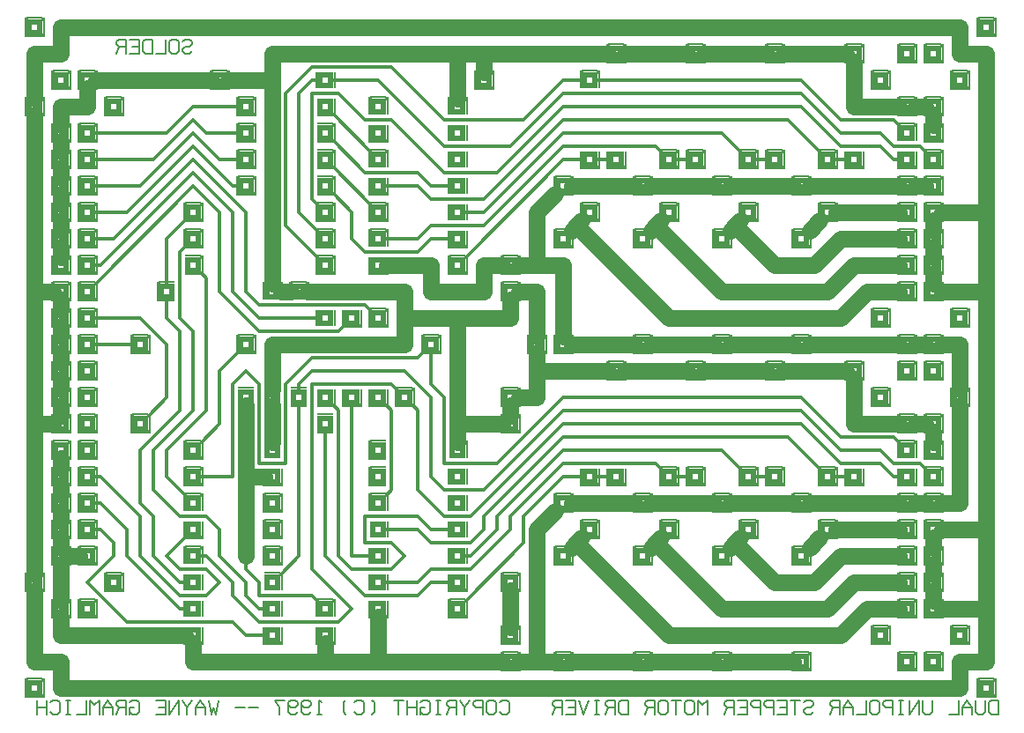
<source format=gbl>
%MOIN*%
%FSLAX23Y23*%
%ADD10C,.012*%
%ADD11C,.062*%
%ADD12C,.050X.024*%
%ADD13R,.062X.062X.024*%
%ADD14C,.016*%
%ADD15R,.008X.062*%
%ADD16R,.062X.008*%
%ADD17C,.008*%
%LPD*%
G90*X0Y0D02*X1809Y9D02*D17*X1818Y0D01*X1836D01*   
X1845Y9D01*Y45D01*X1836Y54D01*X1818D01*           
X1809Y45D01*X1759Y9D02*X1768Y0D01*X1786D01*       
X1795Y9D01*Y45D01*X1786Y54D01*X1768D01*           
X1759Y45D01*Y9D01*X1745Y0D02*Y54D01*X1718D01*     
X1709Y45D01*Y36D01*X1718Y27D01*X1745D01*          
X1695Y54D02*X1677Y27D01*X1659Y54D01*X1677Y27D02*  
Y0D01*X1645D02*Y54D01*X1618D01*X1609Y45D01*Y36D01*
X1618Y27D01*X1645D01*X1618D02*X1609Y0D01*X1577D02*
Y54D01*X1586Y0D02*X1568D01*X1586Y54D02*X1568D01*  
X1509Y9D02*X1518Y0D01*X1536D01*X1545Y9D01*Y45D01* 
X1536Y54D01*X1518D01*X1509Y45D01*X1527Y27D02*     
X1509D01*Y0D01*X1495D02*Y54D01*X1459Y0D02*Y54D01* 
X1495Y27D02*X1459D01*X1427Y0D02*Y54D01*X1445D02*  
X1409D01*X1327D02*X1336Y45D01*Y9D01*X1327Y0D01*   
X1259Y9D02*X1268Y0D01*X1286D01*X1295Y9D01*Y45D01* 
X1286Y54D01*X1268D01*X1259Y45D01*X1227Y54D02*     
X1218Y45D01*Y9D01*X1227Y0D01*X1136Y45D02*         
X1127Y54D01*Y0D01*X1136D02*X1118D01*X1059Y36D02*  
X1068Y27D01*X1086D01*X1095Y36D01*Y45D01*          
X1086Y54D01*X1068D01*X1059Y45D01*Y9D01*X1068Y0D01*
X1086D01*X1095Y9D01*X1009Y36D02*X1018Y27D01*      
X1036D01*X1045Y36D01*Y45D01*X1036Y54D01*X1018D01* 
X1009Y45D01*Y9D01*X1018Y0D01*X1036D01*X1045Y9D01* 
X995Y54D02*X959D01*X977Y27D01*Y0D01*X895Y27D02*   
X859D01*X845D02*X809D01*X745Y54D02*X736Y0D01*     
X727Y27D01*X718Y0D01*X709Y54D01*X695Y0D02*Y27D01* 
X677Y54D01*X659Y27D01*Y0D01*X695Y27D02*X659D01*   
X645Y54D02*X627Y27D01*X609Y54D01*X627Y27D02*Y0D01*
X595D02*Y54D01*X559Y0D01*Y54D01*X509Y0D02*X545D01*
Y54D01*X509D01*X545Y27D02*X518D01*X409Y9D02*      
X418Y0D01*X436D01*X445Y9D01*Y45D01*X436Y54D01*    
X418D01*X409Y45D01*X427Y27D02*X409D01*Y0D01*      
X395D02*Y54D01*X368D01*X359Y45D01*Y36D01*         
X368Y27D01*X395D01*X368D02*X359Y0D01*X345D02*     
Y27D01*X327Y54D01*X309Y27D01*Y0D01*X345Y27D02*    
X309D01*X295Y0D02*Y54D01*X277Y36D01*X259Y54D01*   
Y0D01*X245Y54D02*Y0D01*X209D01*X177D02*Y54D01*    
X186Y0D02*X168D01*X186Y54D02*X168D01*X109Y9D02*   
X118Y0D01*X136D01*X145Y9D01*Y45D01*X136Y54D01*    
X118D01*X109Y45D01*X95Y0D02*Y54D01*X59Y0D02*      
Y54D01*X95Y27D02*X59D01*D13*X50Y100D03*D14*       
X81Y131D03*Y69D03*X19Y131D03*Y69D03*D15*          
X85Y100D03*X15D03*D16*X50Y135D03*Y65D03*          
X150Y100D02*D11*X3550D01*Y200D01*X3650D01*Y400D01*
X3481D01*D13*X3450D03*D14*X3481Y431D03*Y369D03*   
X3419Y431D03*Y369D03*D15*X3485Y400D03*X3415D03*   
D16*X3450Y435D03*Y365D03*Y431D02*D11*Y469D01*D13* 
Y500D03*D14*X3481Y531D03*Y469D03*X3419Y531D03*    
Y469D03*D15*X3485Y500D03*X3415D03*D16*            
X3450Y535D03*Y465D03*Y531D02*D11*Y569D01*D13*     
Y600D03*D14*X3481Y631D03*Y569D03*X3419Y631D03*    
Y569D03*D15*X3485Y600D03*X3415D03*D16*            
X3450Y635D03*Y565D03*Y631D02*D11*Y669D01*D13*     
Y700D03*D14*X3481Y731D03*Y669D03*X3419Y731D03*    
Y669D03*D15*X3485Y700D03*X3415D03*D16*            
X3450Y735D03*Y665D03*X3481Y700D02*D11*X3650D01*   
Y400D01*D13*X3550Y300D03*D14*X3581Y331D03*Y269D03*
X3519Y331D03*Y269D03*D15*X3585Y300D03*X3515D03*   
D16*X3550Y335D03*Y265D03*D13*X3450Y200D03*D14*    
X3481Y231D03*Y169D03*X3419Y231D03*Y169D03*D15*    
X3485Y200D03*X3415D03*D16*X3450Y235D03*Y165D03*   
D13*X3350Y700D03*D14*X3381Y731D03*Y669D03*        
X3319Y731D03*Y669D03*D15*X3385Y700D03*X3315D03*   
D16*X3350Y735D03*Y665D03*X3319Y700D02*D11*        
X3081D01*D13*X3050D03*D14*X3081Y731D03*Y669D03*   
X3019Y731D03*Y669D03*D15*X3085Y700D03*X3015D03*   
D16*X3050Y735D03*Y665D03*X3019Y669D02*D11*        
X2981Y631D01*D13*X2950Y600D03*D14*X2981Y631D03*   
Y569D03*X2919Y631D03*Y569D03*D15*X2985Y600D03*    
X2915D03*D16*X2950Y635D03*Y565D03*X2850Y500D02*   
D11*X3000D01*X3100Y600D01*X3319D01*D13*X3350D03*  
D14*X3381Y631D03*Y569D03*X3319Y631D03*Y569D03*D15*
X3385Y600D03*X3315D03*D16*X3350Y635D03*Y565D03*   
D13*Y500D03*D14*X3381Y531D03*Y469D03*X3319Y531D03*
Y469D03*D15*X3385Y500D03*X3315D03*D16*            
X3350Y535D03*Y465D03*X3319Y500D02*D11*X3150D01*   
X3050Y400D01*X2650D01*X2400Y650D01*X2381Y631D01*  
D13*X2350Y600D03*D14*X2381Y631D03*Y569D03*        
X2319Y631D03*Y569D03*D15*X2385Y600D03*X2315D03*   
D16*X2350Y635D03*Y565D03*X2400Y650D02*D11*        
X2419Y669D01*D13*X2450Y700D03*D14*X2481Y731D03*   
Y669D03*X2419Y731D03*Y669D03*D15*X2485Y700D03*    
X2415D03*D16*X2450Y735D03*Y665D03*D13*            
X2350Y800D03*D14*X2381Y831D03*Y769D03*            
X2319Y831D03*Y769D03*D15*X2385Y800D03*X2315D03*   
D16*X2350Y835D03*Y765D03*X2319Y800D02*D11*        
X2081D01*D13*X2050D03*D14*X2081Y831D03*Y769D03*   
X2019Y831D03*Y769D03*D15*X2085Y800D03*X2015D03*   
D16*X2050Y835D03*Y765D03*X2019Y769D02*D11*        
X1950Y700D01*Y200D01*X1881D01*D13*X1850D03*D14*   
X1881Y231D03*Y169D03*X1819Y231D03*Y169D03*D15*    
X1885Y200D03*X1815D03*D16*X1850Y235D03*Y165D03*   
X1819Y200D02*D11*X1350D01*X1150D01*X650D01*       
Y269D01*D13*Y300D03*D14*X681Y269D03*X619D03*D15*  
X685Y300D03*X615D03*D16*X650Y265D03*X619Y300D02*  
D11*X150D01*Y369D01*D13*Y400D03*D14*X181Y431D03*  
Y369D03*X119Y431D03*Y369D03*D15*X185Y400D03*      
X115D03*D16*X150Y435D03*Y365D03*Y431D02*D11*      
Y569D01*D13*Y600D03*D14*X181Y631D03*Y569D03*      
X119Y631D03*Y569D03*D15*X185Y600D03*X115D03*D16*  
X150Y635D03*Y565D03*X181Y600D02*D11*X219D01*D13*  
X250D03*D14*X281Y631D03*Y569D03*X219Y631D03*      
Y569D03*D15*X285Y600D03*X215D03*D16*X250Y635D03*  
Y565D03*D13*X350Y500D03*D14*X381Y531D03*Y469D03*  
X319Y531D03*Y469D03*D15*X385Y500D03*X315D03*D16*  
X350Y535D03*Y465D03*D13*X150Y700D03*D14*          
X181Y731D03*Y669D03*X119Y731D03*Y669D03*D15*      
X185Y700D03*X115D03*D16*X150Y735D03*Y665D03*      
Y669D02*D11*Y631D01*X250Y500D02*D10*X400Y350D01*  
X800D01*X850Y300D01*X919D01*D13*X950D03*D14*      
X981Y269D03*X919D03*D15*X985Y300D03*X915D03*D16*  
X950Y265D03*X900Y350D02*D10*X1200D01*X1250Y400D01*
X1100Y550D01*Y1250D01*X1400D01*X1419Y1231D01*D13* 
X1450Y1200D03*D14*X1481Y1231D03*Y1169D03*         
X1419Y1231D03*Y1169D03*D15*X1485Y1200D03*X1415D03*
D16*X1450Y1235D03*Y1165D03*X1481Y1169D02*D10*     
X1500Y1150D01*Y850D01*X1600Y750D01*X1700D01*      
X2050Y1100D01*X2950D01*X3100Y950D01*X3250D01*     
X3300Y900D01*X3319D01*D13*X3350D03*D14*           
X3381Y869D03*X3319D03*D15*X3385Y900D03*X3315D03*  
D16*X3350Y865D03*X3400Y950D02*D10*X3419Y931D01*   
D13*X3450Y900D03*D14*X3481Y931D03*Y869D03*        
X3419Y931D03*Y869D03*D15*X3485Y900D03*X3415D03*   
D16*X3450Y935D03*Y865D03*X3400Y950D02*D10*        
X3300D01*X3250Y1000D01*X3100D01*X2950Y1150D01*    
X2050D01*X1750Y850D01*X1600D01*X1550Y900D01*      
Y1200D01*X1450Y1300D01*X1100D01*X1050Y1250D01*    
Y1231D01*D13*Y1200D03*D16*Y1235D03*Y1165D03*      
Y1169D02*D10*Y600D01*X981Y531D01*D13*X950Y500D03* 
D14*X981Y531D03*D15*X985Y500D03*D16*X950Y535D03*  
X900Y450D02*D10*X1100D01*X1119Y431D01*D13*        
X1150Y400D03*D14*X1181Y431D03*X1119D03*D15*       
X1185Y400D03*X1115D03*D16*X1150Y435D03*D13*       
Y300D03*D14*X1181Y269D03*X1119D03*D15*            
X1185Y300D03*X1115D03*D16*X1150Y265D03*Y269D02*   
D11*Y200D01*D13*X1350Y400D03*D14*X1381Y369D03*    
X1319D03*D15*X1385Y400D03*X1315D03*D16*           
X1350Y365D03*Y369D02*D11*Y200D01*X1500Y450D02*D10*
X1300D01*X1150Y600D01*Y1069D01*D13*Y1100D03*D16*  
Y1135D03*Y1065D03*X1200Y1150D02*D10*Y600D01*      
X1250Y550D01*X1400D01*X1450Y600D01*X1400Y650D01*  
X1300D01*Y750D01*X1500D01*X1550Y700D01*X1619D01*  
D13*X1650D03*D15*X1685D03*X1615D03*X1700Y650D02*  
D10*X1550D01*X1500Y700D01*X1381D01*D13*X1350D03*  
D15*X1385D03*X1250Y600D02*D10*X1319D01*D13*       
X1350D03*D15*X1385D03*X1315D03*X1250D02*D10*      
Y1169D01*D13*Y1200D03*D14*X1281Y1169D03*X1219D03* 
D15*X1285Y1200D03*X1215D03*D16*X1250Y1165D03*     
X1200Y1150D02*D10*X1181Y1169D01*D13*X1150Y1200D03*
D14*X1181Y1169D03*D15*X1185Y1200D03*D16*          
X1150Y1165D03*X1000Y1250D02*D10*Y950D01*X900D01*  
Y1250D01*X850Y1300D01*X800Y1250D01*Y900D01*       
X681D01*D13*X650D03*D14*X681Y931D03*Y869D03*      
X619Y931D03*Y869D03*D15*X685Y900D03*X615D03*D16*  
X650Y935D03*Y865D03*X550Y1000D02*D10*Y900D01*     
X619Y831D01*D13*X650Y800D03*D14*X681Y831D03*      
X619D03*D15*X685Y800D03*X615D03*D16*X650Y835D03*  
X700Y750D02*D10*X750Y700D01*Y600D01*X850Y500D01*  
Y450D01*X900Y400D01*X919D01*D13*X950D03*D15*      
X985D03*X915D03*X900Y450D02*D10*Y500D01*          
X850Y550D01*Y600D01*D11*Y900D01*X919D01*D13*      
X950D03*D14*X981Y869D03*X919D03*D15*X985Y900D03*  
X915D03*D16*X950Y865D03*D13*Y1000D03*D16*Y1035D03*
Y1031D02*D11*Y1169D01*D13*Y1200D03*D16*Y1235D03*  
Y1165D03*Y1231D02*D11*Y1400D01*X1450D01*Y1500D01* 
X1650D01*Y1100D01*Y1031D01*D13*Y1000D03*D14*      
X1681Y1031D03*D15*X1685Y1000D03*D16*X1650Y1035D03*
X1600Y950D02*D10*X1800D01*X2050Y1200D01*X2950D01* 
X3100Y1050D01*X3300D01*X3319Y1031D01*D13*         
X3350Y1000D03*D14*X3381Y1031D03*X3319D03*D15*     
X3385Y1000D03*X3315D03*D16*X3350Y1035D03*D13*     
X3450Y1100D03*D14*X3481Y1131D03*Y1069D03*         
X3419Y1131D03*Y1069D03*D15*X3485Y1100D03*X3415D03*
D16*X3450Y1135D03*Y1065D03*Y1069D02*D11*Y1031D01* 
D13*Y1000D03*D14*X3481Y1031D03*Y969D03*           
X3419Y1031D03*Y969D03*D15*X3485Y1000D03*X3415D03* 
D16*X3450Y1035D03*Y965D03*D13*X3350Y1100D03*D14*  
X3381Y1131D03*Y1069D03*X3319Y1131D03*Y1069D03*D15*
X3385Y1100D03*X3315D03*D16*X3350Y1135D03*Y1065D03*
X3319Y1100D02*D11*X3150D01*Y1269D01*D13*Y1300D03* 
D14*X3181Y1331D03*Y1269D03*X3119Y1331D03*Y1269D03*
D15*X3185Y1300D03*X3115D03*D16*X3150Y1335D03*     
Y1265D03*X3119Y1300D02*D11*X2881D01*D13*X2850D03* 
D14*X2881Y1331D03*Y1269D03*X2819Y1331D03*Y1269D03*
D15*X2885Y1300D03*X2815D03*D16*X2850Y1335D03*     
Y1265D03*X2819Y1300D02*D11*X2581D01*D13*X2550D03* 
D14*X2581Y1331D03*Y1269D03*X2519Y1331D03*Y1269D03*
D15*X2585Y1300D03*X2515D03*D16*X2550Y1335D03*     
Y1265D03*X2519Y1300D02*D11*X2281D01*D13*X2250D03* 
D14*X2281Y1331D03*Y1269D03*X2219Y1331D03*Y1269D03*
D15*X2285Y1300D03*X2215D03*D16*X2250Y1335D03*     
Y1265D03*X2219Y1300D02*D11*X1950D01*Y1200D01*     
X1881D01*D13*X1850D03*D14*X1881Y1231D03*Y1169D03* 
X1819Y1231D03*Y1169D03*D15*X1885Y1200D03*X1815D03*
D16*X1850Y1235D03*Y1165D03*Y1169D02*D11*Y1131D01* 
D13*Y1100D03*D14*X1881Y1131D03*Y1069D03*          
X1819Y1131D03*Y1069D03*D15*X1885Y1100D03*X1815D03*
D16*X1850Y1135D03*Y1065D03*X1819Y1100D02*D11*     
X1650D01*X1600Y1200D02*D10*Y950D01*D13*           
X1650Y900D03*D15*X1685D03*X1615D03*D13*           
X1650Y800D03*D15*X1685D03*X1615D03*X1800Y750D02*  
D10*Y700D01*X1700Y600D01*X1681D01*D13*X1650D03*   
D15*X1685D03*X1615D03*X1700Y550D02*D10*X1550D01*  
X1500Y500D01*X1381D01*D13*X1350D03*D15*X1385D03*  
X1315D03*X1500Y450D02*D10*X1550Y500D01*X1619D01*  
D13*X1650D03*D14*X1681Y469D03*X1619D03*D15*       
X1685Y500D03*X1615D03*D16*X1650Y465D03*           
X1700Y550D02*D10*X1850Y700D01*Y750D01*            
X2050Y950D01*X2400D01*X2419Y931D01*D13*           
X2450Y900D03*D14*X2481Y931D03*Y869D03*            
X2419Y931D03*Y869D03*D15*X2485Y900D03*X2415D03*   
D16*X2450Y935D03*Y865D03*X2481Y900D02*D10*        
X2519D01*D13*X2550D03*D14*X2581Y931D03*Y869D03*   
X2519Y931D03*Y869D03*D15*X2585Y900D03*X2515D03*   
D16*X2550Y935D03*Y865D03*D13*X2650Y800D03*D14*    
X2681Y831D03*Y769D03*X2619Y831D03*Y769D03*D15*    
X2685Y800D03*X2615D03*D16*X2650Y835D03*Y765D03*   
X2619Y800D02*D11*X2381D01*D13*X2250Y900D03*D14*   
X2281Y869D03*X2219D03*D15*X2285Y900D03*X2215D03*  
D16*X2250Y865D03*X2219Y900D02*D10*X2181D01*D13*   
X2150D03*D14*X2181Y869D03*X2119D03*D15*           
X2185Y900D03*X2115D03*D16*X2150Y865D03*           
X2119Y900D02*D10*X2050D01*X1900Y750D01*Y650D01*   
X1681Y431D01*D13*X1650Y400D03*D14*X1681Y431D03*   
Y369D03*X1619Y431D03*Y369D03*D15*X1685Y400D03*    
X1615D03*D16*X1650Y435D03*Y365D03*D13*            
X1850Y300D03*D14*X1881Y331D03*Y269D03*            
X1819Y331D03*Y269D03*D15*X1885Y300D03*X1815D03*   
D16*X1850Y335D03*Y265D03*Y331D02*D11*Y469D01*D13* 
Y500D03*D14*X1881Y531D03*Y469D03*X1819Y531D03*    
Y469D03*D15*X1885Y500D03*X1815D03*D16*            
X1850Y535D03*Y465D03*X1700Y650D02*D10*            
X1750Y700D01*Y750D01*X2050Y1050D01*X2900D01*      
X3019Y931D01*D13*X3050Y900D03*D14*X3081Y931D03*   
Y869D03*X3019Y931D03*Y869D03*D15*X3085Y900D03*    
X3015D03*D16*X3050Y935D03*Y865D03*X3081Y900D02*   
D10*X3119D01*D13*X3150D03*D14*X3181Y869D03*       
X3119D03*D15*X3185Y900D03*X3115D03*D16*           
X3150Y865D03*X3381Y1100D02*D11*X3419D01*D13*      
X3550Y1200D03*D14*X3581Y1231D03*Y1169D03*         
X3519Y1231D03*Y1169D03*D15*X3585Y1200D03*X3515D03*
D16*X3550Y1235D03*Y1165D03*Y1169D02*D11*Y800D01*  
X3481D01*D13*X3450D03*D14*X3481Y831D03*Y769D03*   
X3419Y831D03*Y769D03*D15*X3485Y800D03*X3415D03*   
D16*X3450Y835D03*Y765D03*X3419Y800D02*D11*        
X3381D01*D13*X3350D03*D14*X3381Y831D03*Y769D03*   
X3319Y831D03*Y769D03*D15*X3385Y800D03*X3315D03*   
D16*X3350Y835D03*Y765D03*X3319Y800D02*D11*        
X2981D01*D13*X2950D03*D14*X2981Y831D03*Y769D03*   
X2919Y831D03*Y769D03*D15*X2985Y800D03*X2915D03*   
D16*X2950Y835D03*Y765D03*X2919Y800D02*D11*        
X2681D01*D13*X2750Y700D03*D14*X2781Y731D03*       
Y669D03*X2719Y731D03*Y669D03*D15*X2785Y700D03*    
X2715D03*D16*X2750Y735D03*Y665D03*X2719Y669D02*   
D11*X2700Y650D01*X2850Y500D01*X2700Y650D02*       
X2681Y631D01*D13*X2650Y600D03*D14*X2681Y631D03*   
Y569D03*X2619Y631D03*Y569D03*D15*X2685Y600D03*    
X2615D03*D16*X2650Y635D03*Y565D03*D13*            
X2850Y900D03*D14*X2881Y931D03*Y869D03*            
X2819Y931D03*Y869D03*D15*X2885Y900D03*X2815D03*   
D16*X2850Y935D03*Y865D03*X2819Y900D02*D10*        
X2781D01*D13*X2750D03*D14*X2781Y931D03*Y869D03*   
X2719Y931D03*Y869D03*D15*X2785Y900D03*X2715D03*   
D16*X2750Y935D03*Y865D03*X2719Y931D02*D10*        
X2650Y1000D01*X2050D01*X1800Y750D01*D13*          
X2050Y600D03*D14*X2081Y631D03*Y569D03*            
X2019Y631D03*Y569D03*D15*X2085Y600D03*X2015D03*   
D16*X2050Y635D03*Y565D03*X2081Y631D02*D11*        
X2100Y650D01*X2450Y300D01*X3100D01*X3200Y400D01*  
X3319D01*D13*X3350D03*D14*X3381Y431D03*Y369D03*   
X3319Y431D03*Y369D03*D15*X3385Y400D03*X3315D03*   
D16*X3350Y435D03*Y365D03*D13*X3250Y300D03*D14*    
X3281Y331D03*Y269D03*X3219Y331D03*Y269D03*D15*    
X3285Y300D03*X3215D03*D16*X3250Y335D03*Y265D03*   
D13*X3350Y200D03*D14*X3381Y231D03*Y169D03*        
X3319Y231D03*Y169D03*D15*X3385Y200D03*X3315D03*   
D16*X3350Y235D03*Y165D03*D13*X3650Y100D03*D14*    
X3681Y131D03*Y69D03*X3619Y131D03*Y69D03*D15*      
X3685Y100D03*X3615D03*D16*X3650Y135D03*Y65D03*    
Y700D02*D11*Y1600D01*X3481D01*D13*X3450D03*D14*   
X3481Y1631D03*Y1569D03*X3419Y1631D03*Y1569D03*D15*
X3485Y1600D03*X3415D03*D16*X3450Y1635D03*Y1565D03*
Y1631D02*D11*Y1669D01*D13*Y1700D03*D14*           
X3481Y1731D03*Y1669D03*X3419Y1731D03*Y1669D03*D15*
X3485Y1700D03*X3415D03*D16*X3450Y1735D03*Y1665D03*
Y1731D02*D11*Y1769D01*D13*Y1800D03*D14*           
X3481Y1831D03*Y1769D03*X3419Y1831D03*Y1769D03*D15*
X3485Y1800D03*X3415D03*D16*X3450Y1835D03*Y1765D03*
Y1831D02*D11*Y1869D01*D13*Y1900D03*D14*           
X3481Y1931D03*Y1869D03*X3419Y1931D03*Y1869D03*D15*
X3485Y1900D03*X3415D03*D16*X3450Y1935D03*Y1865D03*
X3481Y1900D02*D11*X3650D01*Y1600D01*D13*          
X3550Y1500D03*D14*X3581Y1531D03*Y1469D03*         
X3519Y1531D03*Y1469D03*D15*X3585Y1500D03*X3515D03*
D16*X3550Y1535D03*Y1465D03*D13*X3450Y1400D03*D14* 
X3481Y1431D03*Y1369D03*X3419Y1431D03*Y1369D03*D15*
X3485Y1400D03*X3415D03*D16*X3450Y1435D03*Y1365D03*
X3419Y1400D02*D11*X3381D01*D13*X3350D03*D14*      
X3381Y1431D03*Y1369D03*X3319Y1431D03*Y1369D03*D15*
X3385Y1400D03*X3315D03*D16*X3350Y1435D03*Y1365D03*
X3319Y1400D02*D11*X2981D01*D13*X2950D03*D14*      
X2981Y1431D03*Y1369D03*X2919Y1431D03*Y1369D03*D15*
X2985Y1400D03*X2915D03*D16*X2950Y1435D03*Y1365D03*
X2919Y1400D02*D11*X2681D01*D13*X2650D03*D14*      
X2681Y1431D03*Y1369D03*X2619Y1431D03*Y1369D03*D15*
X2685Y1400D03*X2615D03*D16*X2650Y1435D03*Y1365D03*
X2619Y1400D02*D11*X2381D01*D13*X2350D03*D14*      
X2381Y1431D03*Y1369D03*X2319Y1431D03*Y1369D03*D15*
X2385Y1400D03*X2315D03*D16*X2350Y1435D03*Y1365D03*
X2319Y1400D02*D11*X2081D01*D13*X2050D03*D14*      
X2081Y1431D03*Y1369D03*X2019Y1431D03*Y1369D03*D15*
X2085Y1400D03*X2015D03*D16*X2050Y1435D03*Y1365D03*
Y1431D02*D11*Y1700D01*X1950D01*X1881D01*D13*      
X1850D03*D14*X1881Y1731D03*Y1669D03*X1819Y1731D03*
Y1669D03*D15*X1885Y1700D03*X1815D03*D16*          
X1850Y1735D03*Y1665D03*X1819Y1700D02*D11*X1750D01*
Y1600D01*X1550D01*Y1700D01*X1381D01*D13*X1350D03* 
D14*X1381Y1669D03*X1319D03*D15*X1385Y1700D03*     
X1315D03*D16*X1350Y1665D03*X1300Y1750D02*D10*     
X1500D01*X1550Y1800D01*X1619D01*D13*X1650D03*D14* 
X1681Y1769D03*X1619D03*D15*X1685Y1800D03*X1615D03*
D16*X1650Y1765D03*X1750Y1900D02*D10*X1681D01*D13* 
X1650D03*D15*X1685D03*X1615D03*X1550Y2000D02*D10* 
X1619D01*D13*X1650D03*D15*X1685D03*X1615D03*      
X1600Y2050D02*D10*X1800D01*X2050Y2300D01*X2950D01*
X3100Y2150D01*X3250D01*X3300Y2100D01*X3319D01*D13*
X3350D03*D14*X3381Y2069D03*X3319D03*D15*          
X3385Y2100D03*X3315D03*D16*X3350Y2065D03*         
X3400Y2150D02*D10*X3419Y2131D01*D13*X3450Y2100D03*
D14*X3481Y2131D03*Y2069D03*X3419Y2131D03*Y2069D03*
D15*X3485Y2100D03*X3415D03*D16*X3450Y2135D03*     
Y2065D03*X3400Y2150D02*D10*X3300D01*X3250Y2200D01*
X3100D01*X2950Y2350D01*X2050D01*X1850Y2150D01*    
X1600D01*X1350Y2400D01*X1181D01*D13*X1150D03*D15* 
X1185D03*X1115D03*X1119D02*D10*X1100D01*          
X1050Y2350D01*Y1900D01*X1119Y1831D01*D13*         
X1150Y1800D03*D14*X1181Y1831D03*Y1769D03*         
X1119Y1831D03*Y1769D03*D15*X1185Y1800D03*X1115D03*
D16*X1150Y1835D03*Y1765D03*X1250Y1900D02*D10*     
Y1800D01*X1300Y1750D01*D13*X1350Y1800D03*D14*     
X1381Y1831D03*X1319D03*D15*X1385Y1800D03*X1315D03*
D16*X1350Y1835D03*X1381Y1800D02*D10*X1500D01*     
X1550Y1850D01*X1750D01*X2050Y2150D01*X2400D01*    
X2419Y2131D01*D13*X2450Y2100D03*D14*X2481Y2131D03*
Y2069D03*X2419Y2131D03*Y2069D03*D15*X2485Y2100D03*
X2415D03*D16*X2450Y2135D03*Y2065D03*X2481Y2100D02*
D10*X2519D01*D13*X2550D03*D14*X2581Y2131D03*      
Y2069D03*X2519Y2131D03*Y2069D03*D15*X2585Y2100D03*
X2515D03*D16*X2550Y2135D03*Y2065D03*D13*          
X2650Y2000D03*D14*X2681Y2031D03*Y1969D03*         
X2619Y2031D03*Y1969D03*D15*X2685Y2000D03*X2615D03*
D16*X2650Y2035D03*Y1965D03*X2619Y2000D02*D11*     
X2381D01*D13*X2350D03*D14*X2381Y2031D03*Y1969D03* 
X2319Y2031D03*Y1969D03*D15*X2385Y2000D03*X2315D03*
D16*X2350Y2035D03*Y1965D03*X2319Y2000D02*D11*     
X2081D01*D13*X2050D03*D14*X2081Y2031D03*Y1969D03* 
X2019Y2031D03*Y1969D03*D15*X2085Y2000D03*X2015D03*
D16*X2050Y2035D03*Y1965D03*X2019Y1969D02*D11*     
X1950Y1900D01*Y1700D01*D13*X2050Y1800D03*D14*     
X2081Y1831D03*Y1769D03*X2019Y1831D03*Y1769D03*D15*
X2085Y1800D03*X2015D03*D16*X2050Y1835D03*Y1765D03*
X2081Y1831D02*D11*X2100Y1850D01*X2450Y1500D01*    
X3100D01*X3200Y1600D01*X3319D01*D13*X3350D03*D14* 
X3381Y1631D03*Y1569D03*X3319Y1631D03*Y1569D03*D15*
X3385Y1600D03*X3315D03*D16*X3350Y1635D03*Y1565D03*
D13*X3250Y1500D03*D14*X3281Y1531D03*Y1469D03*     
X3219Y1531D03*Y1469D03*D15*X3285Y1500D03*X3215D03*
D16*X3250Y1535D03*Y1465D03*D13*X3350Y1700D03*D14* 
X3381Y1731D03*Y1669D03*X3319Y1731D03*Y1669D03*D15*
X3385Y1700D03*X3315D03*D16*X3350Y1735D03*Y1665D03*
X3319Y1700D02*D11*X3150D01*X3050Y1600D01*X2650D01*
X2400Y1850D01*X2381Y1831D01*D13*X2350Y1800D03*D14*
X2381Y1831D03*Y1769D03*X2319Y1831D03*Y1769D03*D15*
X2385Y1800D03*X2315D03*D16*X2350Y1835D03*Y1765D03*
X2400Y1850D02*D11*X2419Y1869D01*D13*X2450Y1900D03*
D14*X2481Y1931D03*Y1869D03*X2419Y1931D03*Y1869D03*
D15*X2485Y1900D03*X2415D03*D16*X2450Y1935D03*     
Y1865D03*D13*X2250Y2100D03*D14*X2281Y2069D03*     
X2219D03*D15*X2285Y2100D03*X2215D03*D16*          
X2250Y2065D03*X2219Y2100D02*D10*X2181D01*D13*     
X2150D03*D14*X2181Y2069D03*X2119D03*D15*          
X2185Y2100D03*X2115D03*D16*X2150Y2065D03*         
X2119Y2100D02*D10*X2050D01*X1681Y1731D01*D13*     
X1650Y1700D03*D14*X1681Y1731D03*Y1669D03*         
X1619Y1731D03*Y1669D03*D15*X1685Y1700D03*X1615D03*
D16*X1650Y1735D03*Y1665D03*X1850Y1500D02*D11*     
X1650D01*D13*X1550Y1400D03*D14*X1581Y1431D03*     
Y1369D03*X1519Y1431D03*Y1369D03*D15*X1585Y1400D03*
X1515D03*D16*X1550Y1435D03*Y1365D03*Y1369D02*D10* 
Y1250D01*X1600Y1200D01*X1500Y1350D02*X1100D01*    
X1000Y1250D01*D13*X850Y1400D03*D14*X881Y1431D03*  
Y1369D03*X819Y1431D03*Y1369D03*D15*X885Y1400D03*  
X815D03*D16*X850Y1435D03*Y1365D03*X819Y1369D02*   
D10*X750Y1300D01*Y1100D01*X681Y1031D01*D13*       
X650Y1000D03*D14*X681Y1031D03*Y969D03*            
X619Y1031D03*Y969D03*D15*X685Y1000D03*X615D03*D16*
X650Y1035D03*Y965D03*X550Y1000D02*D10*            
X700Y1150D01*Y1650D01*X681Y1669D01*D13*           
X650Y1700D03*D14*X681Y1731D03*Y1669D03*D15*       
X685Y1700D03*D16*X650Y1735D03*Y1665D03*           
X600Y1750D02*D10*Y1500D01*X650Y1450D01*Y1150D01*  
X500Y1000D01*Y850D01*X600Y750D01*X700D01*D13*     
X650Y700D03*D14*X681Y669D03*X619D03*D15*          
X685Y700D03*X615D03*D16*X650Y665D03*X619Y669D02*  
D10*X550Y600D01*X600Y550D01*X700D01*X750Y500D01*  
X700Y450D01*X600D01*X450Y600D01*Y750D01*          
X300Y900D01*X281D01*D13*X250D03*D14*X281Y931D03*  
Y869D03*X219Y931D03*Y869D03*D15*X285Y900D03*      
X215D03*D16*X250Y935D03*Y865D03*D13*X150Y1000D03* 
D14*X181Y1031D03*Y969D03*X119Y1031D03*Y969D03*D15*
X185Y1000D03*X115D03*D16*X150Y1035D03*Y965D03*    
Y969D02*D11*Y931D01*D13*Y900D03*D14*X181Y931D03*  
Y869D03*X119Y931D03*Y869D03*D15*X185Y900D03*      
X115D03*D16*X150Y935D03*Y865D03*Y869D02*D11*      
Y831D01*D13*Y800D03*D14*X181Y831D03*Y769D03*      
X119Y831D03*Y769D03*D15*X185Y800D03*X115D03*D16*  
X150Y835D03*Y765D03*Y769D02*D11*Y731D01*D13*      
X250Y800D03*D14*X281Y831D03*Y769D03*X219Y831D03*  
Y769D03*D15*X285Y800D03*X215D03*D16*X250Y835D03*  
Y765D03*X281Y800D02*D10*X300D01*X400Y700D01*      
Y600D01*X600Y400D01*X619D01*D13*X650D03*D15*      
X685D03*X615D03*D13*X650Y500D03*D15*X685D03*      
X615D03*X619D02*D10*X600D01*X500Y600D01*Y750D01*  
X450Y800D01*Y1000D01*X600Y1150D01*Y1450D01*       
X550Y1500D01*Y1569D01*D13*Y1600D03*D14*           
X519Y1631D03*Y1569D03*D15*X515Y1600D03*D16*       
X550Y1635D03*Y1565D03*Y1631D02*D10*Y1800D01*      
X619Y1869D01*D13*X650Y1900D03*D14*X681Y1931D03*   
Y1869D03*X619Y1931D03*Y1869D03*D15*X685Y1900D03*  
X615D03*D16*X650Y1935D03*Y1865D03*X750Y1900D02*   
D10*Y1600D01*X900Y1450D01*X1200D01*X1219Y1469D01* 
D13*X1250Y1500D03*D14*X1281Y1469D03*X1219D03*D15* 
X1285Y1500D03*X1215D03*D16*X1250Y1465D03*         
X1300Y1550D02*D10*X1319Y1531D01*D13*X1350Y1500D03*
D14*X1381Y1531D03*Y1469D03*X1319Y1531D03*Y1469D03*
D15*X1385Y1500D03*X1315D03*D16*X1350Y1535D03*     
Y1465D03*X1300Y1550D02*D10*X900D01*X850Y1600D01*  
Y1900D01*X650Y2100D01*X350Y1800D01*X281D01*D13*   
X250D03*D14*X281Y1831D03*Y1769D03*X219Y1831D03*   
Y1769D03*D15*X285Y1800D03*X215D03*D16*            
X250Y1835D03*Y1765D03*D13*X150Y1900D03*D14*       
X181Y1931D03*Y1869D03*X119Y1931D03*Y1869D03*D15*  
X185Y1900D03*X115D03*D16*X150Y1935D03*Y1865D03*   
Y1869D02*D11*Y1831D01*D13*Y1800D03*D14*           
X181Y1831D03*Y1769D03*X119Y1831D03*Y1769D03*D15*  
X185Y1800D03*X115D03*D16*X150Y1835D03*Y1765D03*   
Y1769D02*D11*Y1731D01*D13*Y1700D03*D14*           
X181Y1731D03*Y1669D03*X119Y1731D03*Y1669D03*D15*  
X185Y1700D03*X115D03*D16*X150Y1735D03*Y1665D03*   
D13*X250Y1600D03*D14*X281Y1631D03*Y1569D03*       
X219Y1631D03*Y1569D03*D15*X285Y1600D03*X215D03*   
D16*X250Y1635D03*Y1565D03*X281Y1631D02*D10*       
X650Y2000D01*X750Y1900D01*X800D02*Y1600D01*       
X900Y1500D01*X1119D01*D13*X1150D03*D15*X1185D03*  
X1115D03*D13*X1050Y1600D03*D14*X1081Y1631D03*     
X1019D03*D15*X1085Y1600D03*X1015D03*D16*          
X1050Y1635D03*X1019Y1600D02*D11*X981D01*D13*      
X950D03*D14*X981Y1631D03*X919D03*D15*X985Y1600D03*
X915D03*D16*X950Y1635D03*Y1631D02*D11*Y2400D01*   
X781D01*D13*X750D03*D14*X781Y2431D03*Y2369D03*    
X719Y2431D03*Y2369D03*D15*X785Y2400D03*X715D03*   
D16*X750Y2435D03*Y2365D03*X719Y2400D02*D11*       
X281D01*D13*X250D03*D14*X281Y2431D03*Y2369D03*    
X219Y2431D03*Y2369D03*D15*X285Y2400D03*X215D03*   
D16*X250Y2435D03*Y2365D03*Y2369D02*D11*Y2300D01*  
X150D01*Y2231D01*D13*Y2200D03*D14*X181Y2231D03*   
Y2169D03*X119Y2231D03*Y2169D03*D15*X185Y2200D03*  
X115D03*D16*X150Y2235D03*Y2165D03*Y2169D02*D11*   
Y2131D01*D13*Y2100D03*D14*X181Y2131D03*Y2069D03*  
X119Y2131D03*Y2069D03*D15*X185Y2100D03*X115D03*   
D16*X150Y2135D03*Y2065D03*Y2069D02*D11*Y2031D01*  
D13*Y2000D03*D14*X181Y2031D03*Y1969D03*           
X119Y2031D03*Y1969D03*D15*X185Y2000D03*X115D03*   
D16*X150Y2035D03*Y1965D03*Y1969D02*D11*Y1931D01*  
D13*X250Y2000D03*D14*X281Y2031D03*Y1969D03*       
X219Y2031D03*Y1969D03*D15*X285Y2000D03*X215D03*   
D16*X250Y2035D03*Y1965D03*X281Y2000D02*D10*       
X450D01*X650Y2200D01*X750Y2100D01*X819D01*D13*    
X850D03*D14*X881Y2131D03*Y2069D03*X819Y2131D03*   
Y2069D03*D15*X885Y2100D03*X815D03*D16*            
X850Y2135D03*Y2065D03*X800Y2000D02*D10*X819D01*   
D13*X850D03*D14*X881Y2031D03*Y1969D03*            
X819Y2031D03*Y1969D03*D15*X885Y2000D03*X815D03*   
D16*X850Y2035D03*Y1965D03*X800Y2000D02*D10*       
X650Y2150D01*X400Y1900D01*X281D01*D13*X250D03*D14*
X281Y1931D03*Y1869D03*X219Y1931D03*Y1869D03*D15*  
X285Y1900D03*X215D03*D16*X250Y1935D03*Y1865D03*   
D13*Y2100D03*D14*X281Y2131D03*Y2069D03*           
X219Y2131D03*Y2069D03*D15*X285Y2100D03*X215D03*   
D16*X250Y2135D03*Y2065D03*X281Y2100D02*D10*       
X500D01*X650Y2250D01*X700Y2200D01*X819D01*D13*    
X850D03*D14*X881Y2231D03*Y2169D03*X819Y2231D03*   
Y2169D03*D15*X885Y2200D03*X815D03*D16*            
X850Y2235D03*Y2165D03*D13*Y2300D03*D14*           
X881Y2331D03*Y2269D03*X819Y2331D03*Y2269D03*D15*  
X885Y2300D03*X815D03*D16*X850Y2335D03*Y2265D03*   
X819Y2300D02*D10*X650D01*X550Y2200D01*X281D01*D13*
X250D03*D14*X281Y2231D03*Y2169D03*X219Y2231D03*   
Y2169D03*D15*X285Y2200D03*X215D03*D16*            
X250Y2235D03*Y2165D03*D13*X350Y2300D03*D14*       
X381Y2331D03*Y2269D03*X319Y2331D03*Y2269D03*D15*  
X385Y2300D03*X315D03*D16*X350Y2335D03*Y2265D03*   
D13*X50Y2300D03*D14*X81Y2331D03*Y2269D03*         
X19Y2331D03*Y2269D03*D15*X85Y2300D03*X15D03*D16*  
X50Y2335D03*Y2265D03*Y2269D02*D11*Y1600D01*       
Y1100D01*Y531D01*D13*Y500D03*D14*X81Y531D03*      
Y469D03*X19Y531D03*Y469D03*D15*X85Y500D03*X15D03* 
D16*X50Y535D03*Y465D03*Y469D02*D11*Y200D01*       
X150D01*Y100D01*X1809Y9D02*D17*X1818Y0D01*        
X1836D01*X1845Y9D01*Y45D01*X1836Y54D01*X1818D01*  
X1809Y45D01*X1759Y9D02*X1768Y0D01*X1786D01*       
X1795Y9D01*Y45D01*X1786Y54D01*X1768D01*           
X1759Y45D01*Y9D01*X1745Y0D02*Y54D01*X1718D01*     
X1709Y45D01*Y36D01*X1718Y27D01*X1745D01*          
X1695Y54D02*X1677Y27D01*X1659Y54D01*X1677Y27D02*  
Y0D01*X1645D02*Y54D01*X1618D01*X1609Y45D01*Y36D01*
X1618Y27D01*X1645D01*X1618D02*X1609Y0D01*X1577D02*
Y54D01*X1586Y0D02*X1568D01*X1586Y54D02*X1568D01*  
X1509Y9D02*X1518Y0D01*X1536D01*X1545Y9D01*Y45D01* 
X1536Y54D01*X1518D01*X1509Y45D01*X1527Y27D02*     
X1509D01*Y0D01*X1495D02*Y54D01*X1459Y0D02*Y54D01* 
X1495Y27D02*X1459D01*X1427Y0D02*Y54D01*X1445D02*  
X1409D01*X1327D02*X1336Y45D01*Y9D01*X1327Y0D01*   
X1259Y9D02*X1268Y0D01*X1286D01*X1295Y9D01*Y45D01* 
X1286Y54D01*X1268D01*X1259Y45D01*X1227Y54D02*     
X1218Y45D01*Y9D01*X1227Y0D01*X1136Y45D02*         
X1127Y54D01*Y0D01*X1136D02*X1118D01*X1059Y36D02*  
X1068Y27D01*X1086D01*X1095Y36D01*Y45D01*          
X1086Y54D01*X1068D01*X1059Y45D01*Y9D01*X1068Y0D01*
X1086D01*X1095Y9D01*X1009Y36D02*X1018Y27D01*      
X1036D01*X1045Y36D01*Y45D01*X1036Y54D01*X1018D01* 
X1009Y45D01*Y9D01*X1018Y0D01*X1036D01*X1045Y9D01* 
X995Y54D02*X959D01*X977Y27D01*Y0D01*X895Y27D02*   
X859D01*X845D02*X809D01*X745Y54D02*X736Y0D01*     
X727Y27D01*X718Y0D01*X709Y54D01*X695Y0D02*Y27D01* 
X677Y54D01*X659Y27D01*Y0D01*X695Y27D02*X659D01*   
X645Y54D02*X627Y27D01*X609Y54D01*X627Y27D02*Y0D01*
X595D02*Y54D01*X559Y0D01*Y54D01*X509Y0D02*X545D01*
Y54D01*X509D01*X545Y27D02*X518D01*X409Y9D02*      
X418Y0D01*X436D01*X445Y9D01*Y45D01*X436Y54D01*    
X418D01*X409Y45D01*X427Y27D02*X409D01*Y0D01*      
X395D02*Y54D01*X368D01*X359Y45D01*Y36D01*         
X368Y27D01*X395D01*X368D02*X359Y0D01*X345D02*     
Y27D01*X327Y54D01*X309Y27D01*Y0D01*X345Y27D02*    
X309D01*X295Y0D02*Y54D01*X277Y36D01*X259Y54D01*   
Y0D01*X245Y54D02*Y0D01*X209D01*X177D02*Y54D01*    
X186Y0D02*X168D01*X186Y54D02*X168D01*X109Y9D02*   
X118Y0D01*X136D01*X145Y9D01*Y45D01*X136Y54D01*    
X118D01*X109Y45D01*X95Y0D02*Y54D01*X59Y0D02*      
Y54D01*X95Y27D02*X59D01*D13*X250Y400D03*D14*      
X281Y431D03*Y369D03*X219Y431D03*Y369D03*D15*      
X285Y400D03*X215D03*D16*X250Y435D03*Y365D03*      
Y500D02*D10*X350Y600D01*Y650D01*X300Y700D01*      
X281D01*D13*X250D03*D14*X281Y731D03*Y669D03*      
X219Y731D03*Y669D03*D15*X285Y700D03*X215D03*D16*  
X250Y735D03*Y665D03*D13*Y1000D03*D14*X281Y1031D03*
Y969D03*X219Y1031D03*Y969D03*D15*X285Y1000D03*    
X215D03*D16*X250Y1035D03*Y965D03*D13*X450Y1100D03*
D14*X481Y1131D03*Y1069D03*X419Y1131D03*Y1069D03*  
D15*X485Y1100D03*X415D03*D16*X450Y1135D03*        
Y1065D03*X481Y1131D02*D10*X550Y1200D01*Y1400D01*  
X450Y1500D01*X281D01*D13*X250D03*D14*X281Y1531D03*
Y1469D03*X219Y1531D03*Y1469D03*D15*X285Y1500D03*  
X215D03*D16*X250Y1535D03*Y1465D03*D13*            
X150Y1600D03*D14*X181Y1631D03*Y1569D03*           
X119Y1631D03*Y1569D03*D15*X185Y1600D03*X115D03*   
D16*X150Y1635D03*Y1565D03*Y1569D02*D11*Y1531D01*  
D13*Y1500D03*D14*X181Y1531D03*Y1469D03*           
X119Y1531D03*Y1469D03*D15*X185Y1500D03*X115D03*   
D16*X150Y1535D03*Y1465D03*Y1469D02*D11*Y1431D01*  
D13*Y1400D03*D14*X181Y1431D03*Y1369D03*           
X119Y1431D03*Y1369D03*D15*X185Y1400D03*X115D03*   
D16*X150Y1435D03*Y1365D03*Y1369D02*D11*Y1331D01*  
D13*Y1300D03*D14*X181Y1331D03*Y1269D03*           
X119Y1331D03*Y1269D03*D15*X185Y1300D03*X115D03*   
D16*X150Y1335D03*Y1265D03*Y1269D02*D11*Y1231D01*  
D13*Y1200D03*D14*X181Y1231D03*Y1169D03*           
X119Y1231D03*Y1169D03*D15*X185Y1200D03*X115D03*   
D16*X150Y1235D03*Y1165D03*Y1169D02*D11*Y1131D01*  
D13*Y1100D03*D14*X181Y1131D03*Y1069D03*           
X119Y1131D03*Y1069D03*D15*X185Y1100D03*X115D03*   
D16*X150Y1135D03*Y1065D03*X119Y1100D02*D11*X50D01*
D13*X250Y1300D03*D14*X281Y1331D03*Y1269D03*       
X219Y1331D03*Y1269D03*D15*X285Y1300D03*X215D03*   
D16*X250Y1335D03*Y1265D03*D13*Y1100D03*D14*       
X281Y1131D03*Y1069D03*X219Y1131D03*Y1069D03*D15*  
X285Y1100D03*X215D03*D16*X250Y1135D03*Y1065D03*   
D13*Y1200D03*D14*X281Y1231D03*Y1169D03*           
X219Y1231D03*Y1169D03*D15*X285Y1200D03*X215D03*   
D16*X250Y1235D03*Y1165D03*D13*Y1400D03*D14*       
X281Y1431D03*Y1369D03*X219Y1431D03*Y1369D03*D15*  
X285Y1400D03*X215D03*D16*X250Y1435D03*Y1365D03*   
X281Y1400D02*D10*X419D01*D13*X450D03*D14*         
X481Y1431D03*Y1369D03*X419Y1431D03*Y1369D03*D15*  
X485Y1400D03*X415D03*D16*X450Y1435D03*Y1365D03*   
X119Y1600D02*D11*X50D01*D13*X250Y1700D03*D14*     
X281Y1731D03*Y1669D03*X219Y1731D03*Y1669D03*D15*  
X285Y1700D03*X215D03*D16*X250Y1735D03*Y1665D03*   
X281Y1700D02*D10*X300D01*X650Y2050D01*            
X800Y1900D01*D13*X650Y1800D03*D14*X681Y1831D03*   
Y1769D03*X619Y1831D03*Y1769D03*D15*X685Y1800D03*  
X615D03*D16*X650Y1835D03*Y1765D03*X619Y1769D02*   
D10*X600Y1750D01*X1000Y1850D02*X1119Y1731D01*D13* 
X1150Y1700D03*D14*X1181Y1731D03*Y1669D03*         
X1119Y1731D03*Y1669D03*D15*X1185Y1700D03*X1115D03*
D16*X1150Y1735D03*Y1665D03*X1081Y1600D02*D11*     
X1450D01*Y1500D01*X1519Y1369D02*D10*X1500Y1350D01*
D13*X1350Y1200D03*D14*X1381Y1169D03*X1319D03*D15* 
X1385Y1200D03*X1315D03*D16*X1350Y1165D03*         
X1381Y1169D02*D10*X1400Y1150D01*Y850D01*          
X1381Y831D01*D13*X1350Y800D03*D14*X1381Y831D03*   
X1319D03*D15*X1385Y800D03*X1315D03*D16*           
X1350Y835D03*D13*Y900D03*D14*X1319Y931D03*Y869D03*
D15*X1315Y900D03*D16*X1350Y935D03*Y865D03*D13*    
Y1000D03*D14*X1319Y1031D03*Y969D03*D15*           
X1315Y1000D03*D16*X1350Y1035D03*Y965D03*D13*      
X950Y800D03*D14*X981Y831D03*Y769D03*X919Y831D03*  
Y769D03*D15*X985Y800D03*X915D03*D16*X950Y835D03*  
Y765D03*D13*Y700D03*D14*X981Y731D03*Y669D03*      
X919Y731D03*Y669D03*D15*X985Y700D03*X915D03*D16*  
X950Y735D03*Y665D03*D13*Y600D03*D14*X981Y631D03*  
Y569D03*X919Y631D03*Y569D03*D15*X985Y600D03*      
X915D03*D16*X950Y635D03*Y565D03*X900Y350D02*D10*  
X800Y450D01*Y500D01*X700Y600D01*X681D01*D13*      
X650D03*D14*X681Y631D03*X619D03*D15*X685Y600D03*  
X615D03*D16*X650Y635D03*X850Y900D02*D11*Y1169D01* 
D13*Y1200D03*D16*Y1235D03*Y1165D03*X1000Y1850D02* 
D10*Y2350D01*X1100Y2450D01*X1400D01*X1600Y2250D01*
X1900D01*X2050Y2400D01*X2119D01*D13*X2150D03*D14* 
X2181Y2431D03*X2119D03*D15*X2185Y2400D03*X2115D03*
D16*X2150Y2435D03*X2181Y2400D02*D10*X2950D01*     
X3100Y2250D01*X3300D01*X3319Y2231D01*D13*         
X3350Y2200D03*D14*X3381Y2231D03*X3319D03*D15*     
X3385Y2200D03*X3315D03*D16*X3350Y2235D03*D13*     
X3450Y2300D03*D14*X3481Y2331D03*Y2269D03*         
X3419Y2331D03*Y2269D03*D15*X3485Y2300D03*X3415D03*
D16*X3450Y2335D03*Y2265D03*Y2269D02*D11*Y2231D01* 
D13*Y2200D03*D14*X3481Y2231D03*Y2169D03*          
X3419Y2231D03*Y2169D03*D15*X3485Y2200D03*X3415D03*
D16*X3450Y2235D03*Y2165D03*D13*X3350Y2300D03*D14* 
X3381Y2331D03*Y2269D03*X3319Y2331D03*Y2269D03*D15*
X3385Y2300D03*X3315D03*D16*X3350Y2335D03*Y2265D03*
X3319Y2300D02*D11*X3150D01*Y2469D01*D13*Y2500D03* 
D14*X3181Y2531D03*Y2469D03*X3119Y2531D03*Y2469D03*
D15*X3185Y2500D03*X3115D03*D16*X3150Y2535D03*     
Y2465D03*X3119Y2500D02*D11*X2881D01*D13*X2850D03* 
D14*X2881Y2531D03*Y2469D03*X2819Y2531D03*Y2469D03*
D15*X2885Y2500D03*X2815D03*D16*X2850Y2535D03*     
Y2465D03*X2819Y2500D02*D11*X2581D01*D13*X2550D03* 
D14*X2581Y2531D03*Y2469D03*X2519Y2531D03*Y2469D03*
D15*X2585Y2500D03*X2515D03*D16*X2550Y2535D03*     
Y2465D03*X2519Y2500D02*D11*X2281D01*D13*X2250D03* 
D14*X2281Y2531D03*Y2469D03*X2219Y2531D03*Y2469D03*
D15*X2285Y2500D03*X2215D03*D16*X2250Y2535D03*     
Y2465D03*X2219Y2500D02*D11*X1750D01*Y2431D01*D13* 
Y2400D03*D14*X1781Y2431D03*Y2369D03*X1719Y2431D03*
Y2369D03*D15*X1785Y2400D03*X1715D03*D16*          
X1750Y2435D03*Y2365D03*X1650Y2500D02*D11*Y2331D01*
D13*Y2300D03*D14*X1681Y2331D03*X1619D03*D15*      
X1685Y2300D03*X1615D03*D16*X1650Y2335D03*D13*     
Y2200D03*D15*X1685D03*X1615D03*X1750Y2500D02*D11* 
X1650D01*X950D01*Y2400D01*X1100Y2350D02*D10*      
Y1950D01*X1119Y1931D01*D13*X1150Y1900D03*D14*     
X1181Y1931D03*Y1869D03*X1119Y1931D03*Y1869D03*D15*
X1185Y1900D03*X1115D03*D16*X1150Y1935D03*Y1865D03*
X1250Y1900D02*D10*X1181Y1969D01*D13*X1150Y2000D03*
D14*X1181Y2031D03*Y1969D03*D15*X1185Y2000D03*D16* 
X1150Y2035D03*Y1965D03*D13*Y2100D03*D14*          
X1181Y2131D03*Y2069D03*D15*X1185Y2100D03*D16*     
X1150Y2135D03*Y2065D03*X1181Y2069D02*D10*         
X1319Y1931D01*D13*X1350Y1900D03*D14*X1381Y1931D03*
Y1869D03*X1319Y1931D03*Y1869D03*D15*X1385Y1900D03*
X1315D03*D16*X1350Y1935D03*Y1865D03*D13*Y2000D03* 
D14*X1381Y1969D03*X1319D03*D15*X1385Y2000D03*     
X1315D03*D16*X1350Y1965D03*X1381Y2000D02*D10*     
X1500D01*X1550Y1950D01*X1750D01*X2050Y2250D01*    
X2900D01*X3019Y2131D01*D13*X3050Y2100D03*D14*     
X3081Y2131D03*Y2069D03*X3019Y2131D03*Y2069D03*D15*
X3085Y2100D03*X3015D03*D16*X3050Y2135D03*Y2065D03*
X3081Y2100D02*D10*X3119D01*D13*X3150D03*D14*      
X3181Y2069D03*X3119D03*D15*X3185Y2100D03*X3115D03*
D16*X3150Y2065D03*D13*X3350Y1900D03*D14*          
X3381Y1931D03*Y1869D03*X3319Y1931D03*Y1869D03*D15*
X3385Y1900D03*X3315D03*D16*X3350Y1935D03*Y1865D03*
X3319Y1900D02*D11*X3081D01*D13*X3050D03*D14*      
X3081Y1931D03*Y1869D03*X3019Y1931D03*Y1869D03*D15*
X3085Y1900D03*X3015D03*D16*X3050Y1935D03*Y1865D03*
X3019Y1869D02*D11*X2981Y1831D01*D13*X2950Y1800D03*
D14*X2981Y1831D03*Y1769D03*X2919Y1831D03*Y1769D03*
D15*X2985Y1800D03*X2915D03*D16*X2950Y1835D03*     
Y1765D03*X2850Y1700D02*D11*X3000D01*X3100Y1800D01*
X3319D01*D13*X3350D03*D14*X3381Y1831D03*Y1769D03* 
X3319Y1831D03*Y1769D03*D15*X3385Y1800D03*X3315D03*
D16*X3350Y1835D03*Y1765D03*D13*X3450Y2000D03*D14* 
X3481Y2031D03*Y1969D03*X3419Y2031D03*Y1969D03*D15*
X3485Y2000D03*X3415D03*D16*X3450Y2035D03*Y1965D03*
X3419Y2000D02*D11*X3381D01*D13*X3350D03*D14*      
X3381Y2031D03*Y1969D03*X3319Y2031D03*Y1969D03*D15*
X3385Y2000D03*X3315D03*D16*X3350Y2035D03*Y1965D03*
X3319Y2000D02*D11*X2981D01*D13*X2950D03*D14*      
X2981Y2031D03*Y1969D03*X2919Y2031D03*Y1969D03*D15*
X2985Y2000D03*X2915D03*D16*X2950Y2035D03*Y1965D03*
X2919Y2000D02*D11*X2681D01*D13*X2750Y1900D03*D14* 
X2781Y1931D03*Y1869D03*X2719Y1931D03*Y1869D03*D15*
X2785Y1900D03*X2715D03*D16*X2750Y1935D03*Y1865D03*
X2719Y1869D02*D11*X2700Y1850D01*X2850Y1700D01*    
X2700Y1850D02*X2681Y1831D01*D13*X2650Y1800D03*D14*
X2681Y1831D03*Y1769D03*X2619Y1831D03*Y1769D03*D15*
X2685Y1800D03*X2615D03*D16*X2650Y1835D03*Y1765D03*
D13*X2850Y2100D03*D14*X2881Y2131D03*Y2069D03*     
X2819Y2131D03*Y2069D03*D15*X2885Y2100D03*X2815D03*
D16*X2850Y2135D03*Y2065D03*X2819Y2100D02*D10*     
X2781D01*D13*X2750D03*D14*X2781Y2131D03*Y2069D03* 
X2719Y2131D03*Y2069D03*D15*X2785Y2100D03*X2715D03*
D16*X2750Y2135D03*Y2065D03*X2719Y2131D02*D10*     
X2650Y2200D01*X2050D01*X1750Y1900D01*             
X1600Y2050D02*X1400Y2250D01*X1300D01*             
X1200Y2350D01*X1100D01*D13*X1150Y2300D03*D14*     
X1181Y2269D03*D15*X1185Y2300D03*D16*X1150Y2265D03*
X1181Y2269D02*D10*X1319Y2131D01*D13*X1350Y2100D03*
D14*X1381Y2131D03*X1319D03*D15*X1385Y2100D03*     
X1315D03*D16*X1350Y2135D03*X1300Y2050D02*D10*     
X1500D01*X1550Y2000D01*D13*X1650Y2100D03*D15*     
X1685D03*X1615D03*D13*X1350Y2200D03*D14*          
X1381Y2169D03*X1319D03*D15*X1385Y2200D03*X1315D03*
D16*X1350Y2165D03*X1300Y2050D02*D10*X1181Y2169D01*
D13*X1150Y2200D03*D14*X1181Y2231D03*Y2169D03*D15* 
X1185Y2200D03*D16*X1150Y2235D03*Y2165D03*D13*     
X1350Y2300D03*D14*X1381Y2331D03*X1319D03*D15*     
X1385Y2300D03*X1315D03*D16*X1350Y2335D03*         
X1850Y1500D02*D11*Y1569D01*D13*Y1600D03*D14*      
X1881Y1631D03*Y1569D03*X1819Y1631D03*Y1569D03*D15*
X1885Y1600D03*X1815D03*D16*X1850Y1635D03*Y1565D03*
X1881Y1600D02*D11*X1950D01*Y1431D01*D13*Y1400D03* 
D14*X1981Y1431D03*Y1369D03*X1919Y1431D03*Y1369D03*
D15*X1985Y1400D03*X1915D03*D16*X1950Y1435D03*     
Y1365D03*Y1369D02*D11*Y1300D01*X2100Y1850D02*     
X2119Y1869D01*D13*X2150Y1900D03*D14*X2181Y1931D03*
Y1869D03*X2119Y1931D03*Y1869D03*D15*X2185Y1900D03*
X2115D03*D16*X2150Y1935D03*Y1865D03*D13*          
X3250Y1200D03*D14*X3281Y1231D03*Y1169D03*         
X3219Y1231D03*Y1169D03*D15*X3285Y1200D03*X3215D03*
D16*X3250Y1235D03*Y1165D03*D13*Y2400D03*D14*      
X3281Y2431D03*Y2369D03*X3219Y2431D03*Y2369D03*D15*
X3285Y2400D03*X3215D03*D16*X3250Y2435D03*Y2365D03*
D13*X3350Y1300D03*D14*X3381Y1331D03*Y1269D03*     
X3319Y1331D03*Y1269D03*D15*X3385Y1300D03*X3315D03*
D16*X3350Y1335D03*Y1265D03*D13*X2150Y700D03*D14*  
X2181Y731D03*Y669D03*X2119Y731D03*Y669D03*D15*    
X2185Y700D03*X2115D03*D16*X2150Y735D03*Y665D03*   
X2119Y669D02*D11*X2100Y650D01*X1950Y200D02*       
X2019D01*D13*X2050D03*D14*X2081Y231D03*Y169D03*   
X2019Y231D03*Y169D03*D15*X2085Y200D03*X2015D03*   
D16*X2050Y235D03*Y165D03*X2081Y200D02*D11*        
X2319D01*D13*X2350D03*D14*X2381Y231D03*Y169D03*   
X2319Y231D03*Y169D03*D15*X2385Y200D03*X2315D03*   
D16*X2350Y235D03*Y165D03*X2381Y200D02*D11*        
X2619D01*D13*X2650D03*D14*X2681Y231D03*Y169D03*   
X2619Y231D03*Y169D03*D15*X2685Y200D03*X2615D03*   
D16*X2650Y235D03*Y165D03*X2681Y200D02*D11*        
X2919D01*D13*X2950D03*D14*X2981Y231D03*Y169D03*   
X2919Y231D03*Y169D03*D15*X2985Y200D03*X2915D03*   
D16*X2950Y235D03*Y165D03*X3695Y0D02*D17*Y54D01*   
X3668D01*X3659Y45D01*Y9D01*X3668Y0D01*X3695D01*   
X3609Y54D02*Y9D01*X3618Y0D01*X3636D01*X3645Y9D01* 
Y54D01*X3595Y0D02*Y27D01*X3577Y54D01*X3559Y27D01* 
Y0D01*X3595Y27D02*X3559D01*X3545Y54D02*Y0D01*     
X3509D01*X3409Y54D02*Y9D01*X3418Y0D01*X3436D01*   
X3445Y9D01*Y54D01*X3395Y0D02*Y54D01*X3359Y0D01*   
Y54D01*X3327Y0D02*Y54D01*X3336Y0D02*X3318D01*     
X3336Y54D02*X3318D01*X3295Y0D02*Y54D01*X3268D01*  
X3259Y45D01*Y36D01*X3268Y27D01*X3295D01*          
X3209Y9D02*X3218Y0D01*X3236D01*X3245Y9D01*Y45D01* 
X3236Y54D01*X3218D01*X3209Y45D01*Y9D01*           
X3195Y54D02*Y0D01*X3159D01*X3145D02*Y27D01*       
X3127Y54D01*X3109Y27D01*Y0D01*X3145Y27D02*        
X3109D01*X3095Y0D02*Y54D01*X3068D01*X3059Y45D01*  
Y36D01*X3068Y27D01*X3095D01*X3068D02*X3059Y0D01*  
X2959Y45D02*X2968Y54D01*X2986D01*X2995Y45D01*     
Y36D01*X2986Y27D01*X2968D01*X2959Y18D01*Y9D01*    
X2968Y0D01*X2986D01*X2995Y9D01*X2927Y0D02*Y54D01* 
X2945D02*X2909D01*X2859Y0D02*X2895D01*Y54D01*     
X2859D01*X2895Y27D02*X2868D01*X2845Y0D02*Y54D01*  
X2818D01*X2809Y45D01*Y36D01*X2818Y27D01*X2845D01* 
X2795Y0D02*Y54D01*X2768D01*X2759Y45D01*Y36D01*    
X2768Y27D01*X2795D01*X2709Y0D02*X2745D01*Y54D01*  
X2709D01*X2745Y27D02*X2718D01*X2695Y0D02*Y54D01*  
X2668D01*X2659Y45D01*Y36D01*X2668Y27D01*X2695D01* 
X2668D02*X2659Y0D01*X2595D02*Y54D01*X2577Y36D01*  
X2559Y54D01*Y0D01*X2509Y9D02*X2518Y0D01*X2536D01* 
X2545Y9D01*Y45D01*X2536Y54D01*X2518D01*           
X2509Y45D01*Y9D01*X2477Y0D02*Y54D01*X2495D02*     
X2459D01*X2409Y9D02*X2418Y0D01*X2436D01*          
X2445Y9D01*Y45D01*X2436Y54D01*X2418D01*           
X2409Y45D01*Y9D01*X2395Y0D02*Y54D01*X2368D01*     
X2359Y45D01*Y36D01*X2368Y27D01*X2395D01*X2368D02* 
X2359Y0D01*X2295D02*Y54D01*X2268D01*X2259Y45D01*  
Y9D01*X2268Y0D01*X2295D01*X2245D02*Y54D01*        
X2218D01*X2209Y45D01*Y36D01*X2218Y27D01*X2245D01* 
X2218D02*X2209Y0D01*X2177D02*Y54D01*X2186Y0D02*   
X2168D01*X2186Y54D02*X2168D01*X2145D02*X2127Y0D01*
X2109Y54D01*X2059Y0D02*X2095D01*Y54D01*X2059D01*  
X2095Y27D02*X2068D01*X2045Y0D02*Y54D01*X2018D01*  
X2009Y45D01*Y36D01*X2018Y27D01*X2045D01*X2018D02* 
X2009Y0D01*X3550Y1231D02*D11*Y1400D01*X3481D01*   
D13*X3450Y1300D03*D14*X3481Y1331D03*Y1269D03*     
X3419Y1331D03*Y1269D03*D15*X3485Y1300D03*X3415D03*
D16*X3450Y1335D03*Y1265D03*X3650Y1900D02*D11*     
Y2500D01*X3550D01*Y2600D01*X150D01*Y2500D01*      
X50D01*Y2331D01*D13*X150Y2400D03*D14*X181Y2431D03*
Y2369D03*X119Y2431D03*Y2369D03*D15*X185Y2400D03*  
X115D03*D16*X150Y2435D03*Y2365D03*D13*X50Y2600D03*
D14*X81Y2631D03*Y2569D03*X19Y2631D03*Y2569D03*D15*
X85Y2600D03*X15D03*D16*X50Y2635D03*Y2565D03*      
X609Y2545D02*D17*X618Y2554D01*X636D01*            
X645Y2545D01*Y2536D01*X636Y2527D01*X618D01*       
X609Y2518D01*Y2509D01*X618Y2500D01*X636D01*       
X645Y2509D01*X559D02*X568Y2500D01*X586D01*        
X595Y2509D01*Y2545D01*X586Y2554D01*X568D01*       
X559Y2545D01*Y2509D01*X545Y2554D02*Y2500D01*      
X509D01*X495D02*Y2554D01*X468D01*X459Y2545D01*    
Y2509D01*X468Y2500D01*X495D01*X409D02*X445D01*    
Y2554D01*X409D01*X445Y2527D02*X418D01*            
X395Y2500D02*Y2554D01*X368D01*X359Y2545D01*       
Y2536D01*X368Y2527D01*X395D01*X368D02*            
X359Y2500D01*X1809Y9D02*X1818Y0D01*X1836D01*      
X1845Y9D01*Y45D01*X1836Y54D01*X1818D01*           
X1809Y45D01*X1759Y9D02*X1768Y0D01*X1786D01*       
X1795Y9D01*Y45D01*X1786Y54D01*X1768D01*           
X1759Y45D01*Y9D01*X1745Y0D02*Y54D01*X1718D01*     
X1709Y45D01*Y36D01*X1718Y27D01*X1745D01*          
X1695Y54D02*X1677Y27D01*X1659Y54D01*X1677Y27D02*  
Y0D01*X1645D02*Y54D01*X1618D01*X1609Y45D01*Y36D01*
X1618Y27D01*X1645D01*X1618D02*X1609Y0D01*X1577D02*
Y54D01*X1586Y0D02*X1568D01*X1586Y54D02*X1568D01*  
X1509Y9D02*X1518Y0D01*X1536D01*X1545Y9D01*Y45D01* 
X1536Y54D01*X1518D01*X1509Y45D01*X1527Y27D02*     
X1509D01*Y0D01*X1495D02*Y54D01*X1459Y0D02*Y54D01* 
X1495Y27D02*X1459D01*X1427Y0D02*Y54D01*X1445D02*  
X1409D01*X1327D02*X1336Y45D01*Y9D01*X1327Y0D01*   
X1259Y9D02*X1268Y0D01*X1286D01*X1295Y9D01*Y45D01* 
X1286Y54D01*X1268D01*X1259Y45D01*X1227Y54D02*     
X1218Y45D01*Y9D01*X1227Y0D01*X1136Y45D02*         
X1127Y54D01*Y0D01*X1136D02*X1118D01*X1059Y36D02*  
X1068Y27D01*X1086D01*X1095Y36D01*Y45D01*          
X1086Y54D01*X1068D01*X1059Y45D01*Y9D01*X1068Y0D01*
X1086D01*X1095Y9D01*X1009Y36D02*X1018Y27D01*      
X1036D01*X1045Y36D01*Y45D01*X1036Y54D01*X1018D01* 
X1009Y45D01*Y9D01*X1018Y0D01*X1036D01*X1045Y9D01* 
X995Y54D02*X959D01*X977Y27D01*Y0D01*X895Y27D02*   
X859D01*X845D02*X809D01*X745Y54D02*X736Y0D01*     
X727Y27D01*X718Y0D01*X709Y54D01*X695Y0D02*Y27D01* 
X677Y54D01*X659Y27D01*Y0D01*X695Y27D02*X659D01*   
X645Y54D02*X627Y27D01*X609Y54D01*X627Y27D02*Y0D01*
X595D02*Y54D01*X559Y0D01*Y54D01*X509Y0D02*X545D01*
Y54D01*X509D01*X545Y27D02*X518D01*X409Y9D02*      
X418Y0D01*X436D01*X445Y9D01*Y45D01*X436Y54D01*    
X418D01*X409Y45D01*X427Y27D02*X409D01*Y0D01*      
X395D02*Y54D01*X368D01*X359Y45D01*Y36D01*         
X368Y27D01*X395D01*X368D02*X359Y0D01*X345D02*     
Y27D01*X327Y54D01*X309Y27D01*Y0D01*X345Y27D02*    
X309D01*X295Y0D02*Y54D01*X277Y36D01*X259Y54D01*   
Y0D01*X245Y54D02*Y0D01*X209D01*X177D02*Y54D01*    
X186Y0D02*X168D01*X186Y54D02*X168D01*X109Y9D02*   
X118Y0D01*X136D01*X145Y9D01*Y45D01*X136Y54D01*    
X118D01*X109Y45D01*X95Y0D02*Y54D01*X59Y0D02*      
Y54D01*X95Y27D02*X59D01*X3695Y0D02*Y54D01*        
X3668D01*X3659Y45D01*Y9D01*X3668Y0D01*X3695D01*   
X3609Y54D02*Y9D01*X3618Y0D01*X3636D01*X3645Y9D01* 
Y54D01*X3595Y0D02*Y27D01*X3577Y54D01*X3559Y27D01* 
Y0D01*X3595Y27D02*X3559D01*X3545Y54D02*Y0D01*     
X3509D01*X3409Y54D02*Y9D01*X3418Y0D01*X3436D01*   
X3445Y9D01*Y54D01*X3395Y0D02*Y54D01*X3359Y0D01*   
Y54D01*X3327Y0D02*Y54D01*X3336Y0D02*X3318D01*     
X3336Y54D02*X3318D01*X3295Y0D02*Y54D01*X3268D01*  
X3259Y45D01*Y36D01*X3268Y27D01*X3295D01*          
X3209Y9D02*X3218Y0D01*X3236D01*X3245Y9D01*Y45D01* 
X3236Y54D01*X3218D01*X3209Y45D01*Y9D01*           
X3195Y54D02*Y0D01*X3159D01*X3145D02*Y27D01*       
X3127Y54D01*X3109Y27D01*Y0D01*X3145Y27D02*        
X3109D01*X3095Y0D02*Y54D01*X3068D01*X3059Y45D01*  
Y36D01*X3068Y27D01*X3095D01*X3068D02*X3059Y0D01*  
X2959Y45D02*X2968Y54D01*X2986D01*X2995Y45D01*     
Y36D01*X2986Y27D01*X2968D01*X2959Y18D01*Y9D01*    
X2968Y0D01*X2986D01*X2995Y9D01*X2927Y0D02*Y54D01* 
X2945D02*X2909D01*X2859Y0D02*X2895D01*Y54D01*     
X2859D01*X2895Y27D02*X2868D01*X2845Y0D02*Y54D01*  
X2818D01*X2809Y45D01*Y36D01*X2818Y27D01*X2845D01* 
X2795Y0D02*Y54D01*X2768D01*X2759Y45D01*Y36D01*    
X2768Y27D01*X2795D01*X2709Y0D02*X2745D01*Y54D01*  
X2709D01*X2745Y27D02*X2718D01*X2695Y0D02*Y54D01*  
X2668D01*X2659Y45D01*Y36D01*X2668Y27D01*X2695D01* 
X2668D02*X2659Y0D01*X2595D02*Y54D01*X2577Y36D01*  
X2559Y54D01*Y0D01*X2509Y9D02*X2518Y0D01*X2536D01* 
X2545Y9D01*Y45D01*X2536Y54D01*X2518D01*           
X2509Y45D01*Y9D01*X2477Y0D02*Y54D01*X2495D02*     
X2459D01*X2409Y9D02*X2418Y0D01*X2436D01*          
X2445Y9D01*Y45D01*X2436Y54D01*X2418D01*           
X2409Y45D01*Y9D01*X2395Y0D02*Y54D01*X2368D01*     
X2359Y45D01*Y36D01*X2368Y27D01*X2395D01*X2368D02* 
X2359Y0D01*X2295D02*Y54D01*X2268D01*X2259Y45D01*  
Y9D01*X2268Y0D01*X2295D01*X2245D02*Y54D01*        
X2218D01*X2209Y45D01*Y36D01*X2218Y27D01*X2245D01* 
X2218D02*X2209Y0D01*X2177D02*Y54D01*X2186Y0D02*   
X2168D01*X2186Y54D02*X2168D01*X2145D02*X2127Y0D01*
X2109Y54D01*X2059Y0D02*X2095D01*Y54D01*X2059D01*  
X2095Y27D02*X2068D01*X2045Y0D02*Y54D01*X2018D01*  
X2009Y45D01*Y36D01*X2018Y27D01*X2045D01*X2018D02* 
X2009Y0D01*X3381Y2300D02*D11*X3419D01*D13*        
X3550Y2400D03*D14*X3581Y2431D03*Y2369D03*         
X3519Y2431D03*Y2369D03*D15*X3585Y2400D03*X3515D03*
D16*X3550Y2435D03*Y2365D03*D13*X3450Y2500D03*D14* 
X3481Y2531D03*Y2469D03*X3419Y2531D03*Y2469D03*D15*
X3485Y2500D03*X3415D03*D16*X3450Y2535D03*Y2465D03*
D13*X3350Y2500D03*D14*X3381Y2531D03*Y2469D03*     
X3319Y2531D03*Y2469D03*D15*X3385Y2500D03*X3315D03*
D16*X3350Y2535D03*Y2465D03*D13*X3650Y2600D03*D14* 
X3681Y2631D03*Y2569D03*X3619Y2631D03*Y2569D03*D15*
X3685Y2600D03*X3615D03*D16*X3650Y2635D03*Y2565D03*
X3695Y0D02*D17*Y54D01*X3668D01*X3659Y45D01*Y9D01* 
X3668Y0D01*X3695D01*X3609Y54D02*Y9D01*X3618Y0D01* 
X3636D01*X3645Y9D01*Y54D01*X3595Y0D02*Y27D01*     
X3577Y54D01*X3559Y27D01*Y0D01*X3595Y27D02*        
X3559D01*X3545Y54D02*Y0D01*X3509D01*X3409Y54D02*  
Y9D01*X3418Y0D01*X3436D01*X3445Y9D01*Y54D01*      
X3395Y0D02*Y54D01*X3359Y0D01*Y54D01*X3327Y0D02*   
Y54D01*X3336Y0D02*X3318D01*X3336Y54D02*X3318D01*  
X3295Y0D02*Y54D01*X3268D01*X3259Y45D01*Y36D01*    
X3268Y27D01*X3295D01*X3209Y9D02*X3218Y0D01*       
X3236D01*X3245Y9D01*Y45D01*X3236Y54D01*X3218D01*  
X3209Y45D01*Y9D01*X3195Y54D02*Y0D01*X3159D01*     
X3145D02*Y27D01*X3127Y54D01*X3109Y27D01*Y0D01*    
X3145Y27D02*X3109D01*X3095Y0D02*Y54D01*X3068D01*  
X3059Y45D01*Y36D01*X3068Y27D01*X3095D01*X3068D02* 
X3059Y0D01*X2959Y45D02*X2968Y54D01*X2986D01*      
X2995Y45D01*Y36D01*X2986Y27D01*X2968D01*          
X2959Y18D01*Y9D01*X2968Y0D01*X2986D01*X2995Y9D01* 
X2927Y0D02*Y54D01*X2945D02*X2909D01*X2859Y0D02*   
X2895D01*Y54D01*X2859D01*X2895Y27D02*X2868D01*    
X2845Y0D02*Y54D01*X2818D01*X2809Y45D01*Y36D01*    
X2818Y27D01*X2845D01*X2795Y0D02*Y54D01*X2768D01*  
X2759Y45D01*Y36D01*X2768Y27D01*X2795D01*          
X2709Y0D02*X2745D01*Y54D01*X2709D01*X2745Y27D02*  
X2718D01*X2695Y0D02*Y54D01*X2668D01*X2659Y45D01*  
Y36D01*X2668Y27D01*X2695D01*X2668D02*X2659Y0D01*  
X2595D02*Y54D01*X2577Y36D01*X2559Y54D01*Y0D01*    
X2509Y9D02*X2518Y0D01*X2536D01*X2545Y9D01*Y45D01* 
X2536Y54D01*X2518D01*X2509Y45D01*Y9D01*X2477Y0D02*
Y54D01*X2495D02*X2459D01*X2409Y9D02*X2418Y0D01*   
X2436D01*X2445Y9D01*Y45D01*X2436Y54D01*X2418D01*  
X2409Y45D01*Y9D01*X2395Y0D02*Y54D01*X2368D01*     
X2359Y45D01*Y36D01*X2368Y27D01*X2395D01*X2368D02* 
X2359Y0D01*X2295D02*Y54D01*X2268D01*X2259Y45D01*  
Y9D01*X2268Y0D01*X2295D01*X2245D02*Y54D01*        
X2218D01*X2209Y45D01*Y36D01*X2218Y27D01*X2245D01* 
X2218D02*X2209Y0D01*X2177D02*Y54D01*X2186Y0D02*   
X2168D01*X2186Y54D02*X2168D01*X2145D02*X2127Y0D01*
X2109Y54D01*X2059Y0D02*X2095D01*Y54D01*X2059D01*  
X2095Y27D02*X2068D01*X2045Y0D02*Y54D01*X2018D01*  
X2009Y45D01*Y36D01*X2018Y27D01*X2045D01*X2018D02* 
X2009Y0D01*X609Y2545D02*X618Y2554D01*X636D01*     
X645Y2545D01*Y2536D01*X636Y2527D01*X618D01*       
X609Y2518D01*Y2509D01*X618Y2500D01*X636D01*       
X645Y2509D01*X559D02*X568Y2500D01*X586D01*        
X595Y2509D01*Y2545D01*X586Y2554D01*X568D01*       
X559Y2545D01*Y2509D01*X545Y2554D02*Y2500D01*      
X509D01*X495D02*Y2554D01*X468D01*X459Y2545D01*    
Y2509D01*X468Y2500D01*X495D01*X409D02*X445D01*    
Y2554D01*X409D01*X445Y2527D02*X418D01*            
X395Y2500D02*Y2554D01*X368D01*X359Y2545D01*       
Y2536D01*X368Y2527D01*X395D01*X368D02*            
X359Y2500D01*X1809Y9D02*X1818Y0D01*X1836D01*      
X1845Y9D01*Y45D01*X1836Y54D01*X1818D01*           
X1809Y45D01*X1759Y9D02*X1768Y0D01*X1786D01*       
X1795Y9D01*Y45D01*X1786Y54D01*X1768D01*           
X1759Y45D01*Y9D01*X1745Y0D02*Y54D01*X1718D01*     
X1709Y45D01*Y36D01*X1718Y27D01*X1745D01*          
X1695Y54D02*X1677Y27D01*X1659Y54D01*X1677Y27D02*  
Y0D01*X1645D02*Y54D01*X1618D01*X1609Y45D01*Y36D01*
X1618Y27D01*X1645D01*X1618D02*X1609Y0D01*X1577D02*
Y54D01*X1586Y0D02*X1568D01*X1586Y54D02*X1568D01*  
X1509Y9D02*X1518Y0D01*X1536D01*X1545Y9D01*Y45D01* 
X1536Y54D01*X1518D01*X1509Y45D01*X1527Y27D02*     
X1509D01*Y0D01*X1495D02*Y54D01*X1459Y0D02*Y54D01* 
X1495Y27D02*X1459D01*X1427Y0D02*Y54D01*X1445D02*  
X1409D01*X1327D02*X1336Y45D01*Y9D01*X1327Y0D01*   
X1259Y9D02*X1268Y0D01*X1286D01*X1295Y9D01*Y45D01* 
X1286Y54D01*X1268D01*X1259Y45D01*X1227Y54D02*     
X1218Y45D01*Y9D01*X1227Y0D01*X1136Y45D02*         
X1127Y54D01*Y0D01*X1136D02*X1118D01*X1059Y36D02*  
X1068Y27D01*X1086D01*X1095Y36D01*Y45D01*          
X1086Y54D01*X1068D01*X1059Y45D01*Y9D01*X1068Y0D01*
X1086D01*X1095Y9D01*X1009Y36D02*X1018Y27D01*      
X1036D01*X1045Y36D01*Y45D01*X1036Y54D01*X1018D01* 
X1009Y45D01*Y9D01*X1018Y0D01*X1036D01*X1045Y9D01* 
X995Y54D02*X959D01*X977Y27D01*Y0D01*X895Y27D02*   
X859D01*X845D02*X809D01*X745Y54D02*X736Y0D01*     
X727Y27D01*X718Y0D01*X709Y54D01*X695Y0D02*Y27D01* 
X677Y54D01*X659Y27D01*Y0D01*X695Y27D02*X659D01*   
X645Y54D02*X627Y27D01*X609Y54D01*X627Y27D02*Y0D01*
X595D02*Y54D01*X559Y0D01*Y54D01*X509Y0D02*X545D01*
Y54D01*X509D01*X545Y27D02*X518D01*X409Y9D02*      
X418Y0D01*X436D01*X445Y9D01*Y45D01*X436Y54D01*    
X418D01*X409Y45D01*X427Y27D02*X409D01*Y0D01*      
X395D02*Y54D01*X368D01*X359Y45D01*Y36D01*         
X368Y27D01*X395D01*X368D02*X359Y0D01*X345D02*     
Y27D01*X327Y54D01*X309Y27D01*Y0D01*X345Y27D02*    
X309D01*X295Y0D02*Y54D01*X277Y36D01*X259Y54D01*   
Y0D01*X245Y54D02*Y0D01*X209D01*X177D02*Y54D01*    
X186Y0D02*X168D01*X186Y54D02*X168D01*X109Y9D02*   
X118Y0D01*X136D01*X145Y9D01*Y45D01*X136Y54D01*    
X118D01*X109Y45D01*X95Y0D02*Y54D01*X59Y0D02*      
Y54D01*X95Y27D02*X59D01*M02*                      

</source>
